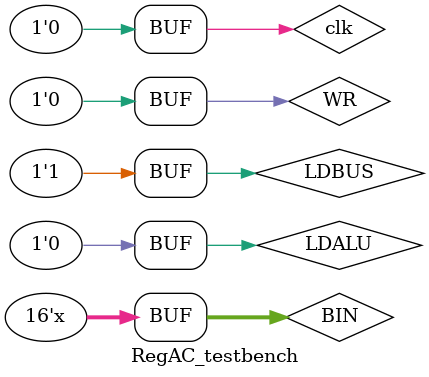
<source format=v>
`timescale 1us/10ns
module RegAC_testbench();

	reg clk; 
	reg WR, LDBUS, LDALU;
	reg [15:0] BIN;
	wire [15:0] BOUT, ALU;
	
	RegAC RegAC1(clk,BIN,WR,LDBUS,LDALU,BOUT,ALU);
	
	always // CLOCK
		begin
			clk = 1; #50; clk = 0; #50;
		end
	
	initial begin
		#50;
		WR=1'b1; LDBUS=1'b0; LDALU=1'b0; BIN = 16'd16; #100; // WRITE to AC
		WR=1'b0; LDBUS=1'b1; LDALU=1'b0; BIN = 16'dx; #100; // LOAD BUS
				
	end

endmodule
</source>
